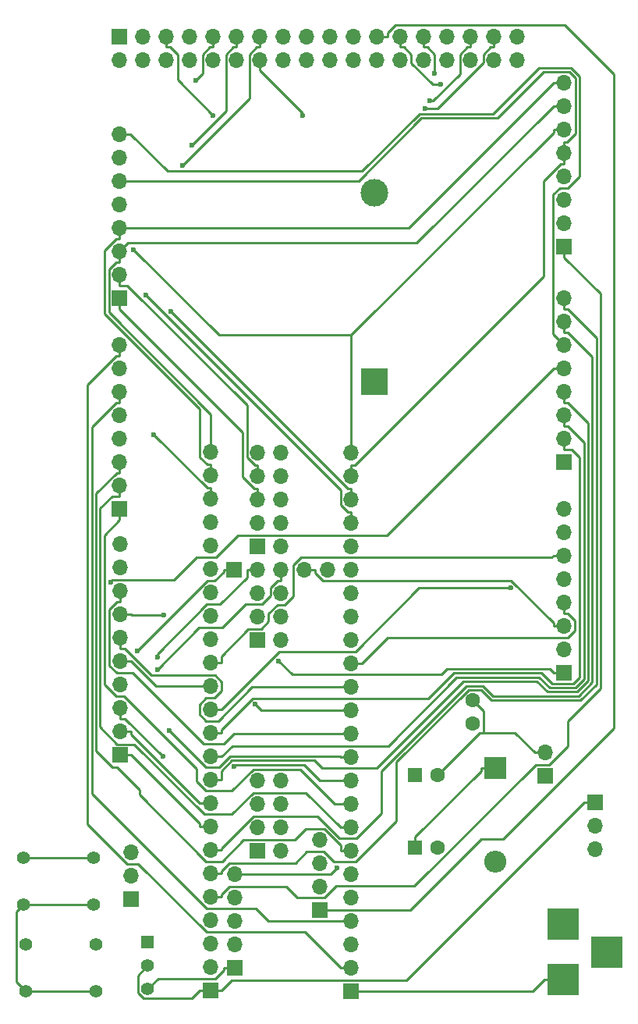
<source format=gbr>
G04 #@! TF.FileFunction,Copper,L2,Bot,Signal*
%FSLAX46Y46*%
G04 Gerber Fmt 4.6, Leading zero omitted, Abs format (unit mm)*
G04 Created by KiCad (PCBNEW 4.0.6) date 06/28/18 03:02:04*
%MOMM*%
%LPD*%
G01*
G04 APERTURE LIST*
%ADD10C,0.100000*%
%ADD11R,1.600000X1.600000*%
%ADD12C,1.600000*%
%ADD13R,3.500000X3.500000*%
%ADD14R,2.400000X2.400000*%
%ADD15O,2.400000X2.400000*%
%ADD16R,1.700000X1.700000*%
%ADD17O,1.700000X1.700000*%
%ADD18C,1.397000*%
%ADD19R,1.397000X1.397000*%
%ADD20C,3.000000*%
%ADD21R,3.000000X3.000000*%
%ADD22C,0.600000*%
%ADD23C,0.250000*%
G04 APERTURE END LIST*
D10*
D11*
X141259000Y-145948000D03*
D12*
X143759000Y-145948000D03*
X147569000Y-132486000D03*
X147569000Y-129986000D03*
D11*
X141259000Y-138074000D03*
D12*
X143759000Y-138074000D03*
D13*
X157400000Y-154300000D03*
X157400000Y-160300000D03*
X162100000Y-157300000D03*
D14*
X149961000Y-137344000D03*
D15*
X149961000Y-147504000D03*
D16*
X109220000Y-86360000D03*
D17*
X109220000Y-83820000D03*
X109220000Y-81280000D03*
X109220000Y-78740000D03*
X109220000Y-76200000D03*
X109220000Y-73660000D03*
X109220000Y-71120000D03*
X109220000Y-68580000D03*
D16*
X109220000Y-109220000D03*
D17*
X109220000Y-106680000D03*
X109220000Y-104140000D03*
X109220000Y-101600000D03*
X109220000Y-99060000D03*
X109220000Y-96520000D03*
X109220000Y-93980000D03*
X109220000Y-91440000D03*
D16*
X109301000Y-135926000D03*
D17*
X109301000Y-133386000D03*
X109301000Y-130846000D03*
X109301000Y-128306000D03*
X109301000Y-125766000D03*
X109301000Y-123226000D03*
X109301000Y-120686000D03*
X109301000Y-118146000D03*
X109301000Y-115606000D03*
X109301000Y-113066000D03*
D16*
X110490000Y-151540000D03*
D17*
X110490000Y-149000000D03*
X110490000Y-146460000D03*
D16*
X119100000Y-161480000D03*
D17*
X119100000Y-158940000D03*
X119100000Y-156400000D03*
X119100000Y-153860000D03*
X119100000Y-151320000D03*
X119100000Y-148780000D03*
X119100000Y-146240000D03*
X119100000Y-143700000D03*
X119100000Y-141160000D03*
X119100000Y-138620000D03*
X119100000Y-136080000D03*
X119100000Y-133540000D03*
X119100000Y-131000000D03*
X119100000Y-128460000D03*
X119100000Y-125920000D03*
X119100000Y-123380000D03*
X119100000Y-120840000D03*
X119100000Y-118300000D03*
X119100000Y-115760000D03*
X119100000Y-113220000D03*
X119100000Y-110680000D03*
X119100000Y-108140000D03*
X119100000Y-105600000D03*
X119100000Y-103060000D03*
D16*
X124206000Y-113284000D03*
D17*
X126746000Y-113284000D03*
X124206000Y-110744000D03*
X126746000Y-110744000D03*
X124206000Y-108204000D03*
X126746000Y-108204000D03*
X124206000Y-105664000D03*
X126746000Y-105664000D03*
X124206000Y-103124000D03*
X126746000Y-103124000D03*
D16*
X121700000Y-159004000D03*
D17*
X121700000Y-156464000D03*
X121700000Y-153924000D03*
X121700000Y-151384000D03*
X121700000Y-148844000D03*
D16*
X124206000Y-146304000D03*
D17*
X126746000Y-146304000D03*
X124206000Y-143764000D03*
X126746000Y-143764000D03*
X124206000Y-141224000D03*
X126746000Y-141224000D03*
X124206000Y-138684000D03*
X126746000Y-138684000D03*
D16*
X130937000Y-152718000D03*
D17*
X130937000Y-150178000D03*
X130937000Y-147638000D03*
X130937000Y-145098000D03*
D16*
X109220000Y-57960000D03*
D17*
X109220000Y-60500000D03*
X111760000Y-57960000D03*
X111760000Y-60500000D03*
X114300000Y-57960000D03*
X114300000Y-60500000D03*
X116840000Y-57960000D03*
X116840000Y-60500000D03*
X119380000Y-57960000D03*
X119380000Y-60500000D03*
X121920000Y-57960000D03*
X121920000Y-60500000D03*
X124460000Y-57960000D03*
X124460000Y-60500000D03*
X127000000Y-57960000D03*
X127000000Y-60500000D03*
X129540000Y-57960000D03*
X129540000Y-60500000D03*
X132080000Y-57960000D03*
X132080000Y-60500000D03*
X134620000Y-57960000D03*
X134620000Y-60500000D03*
X137160000Y-57960000D03*
X137160000Y-60500000D03*
X139700000Y-57960000D03*
X139700000Y-60500000D03*
X142240000Y-57960000D03*
X142240000Y-60500000D03*
X144780000Y-57960000D03*
X144780000Y-60500000D03*
X147320000Y-57960000D03*
X147320000Y-60500000D03*
X149860000Y-57960000D03*
X149860000Y-60500000D03*
X152400000Y-57960000D03*
X152400000Y-60500000D03*
D16*
X134366000Y-161544000D03*
D17*
X134366000Y-159004000D03*
X134366000Y-156464000D03*
X134366000Y-153924000D03*
X134366000Y-151384000D03*
X134366000Y-148844000D03*
X134366000Y-146304000D03*
X134366000Y-143764000D03*
X134366000Y-141224000D03*
X134366000Y-138684000D03*
X134366000Y-136144000D03*
X134366000Y-133604000D03*
X134366000Y-131064000D03*
X134366000Y-128524000D03*
X134366000Y-125984000D03*
X134366000Y-123444000D03*
X134366000Y-120904000D03*
X134366000Y-118364000D03*
X134366000Y-115824000D03*
X134366000Y-113284000D03*
X134366000Y-110744000D03*
X134366000Y-108204000D03*
X134366000Y-105664000D03*
X134366000Y-103124000D03*
D16*
X157480000Y-80772000D03*
D17*
X157480000Y-78232000D03*
X157480000Y-75692000D03*
X157480000Y-73152000D03*
X157480000Y-70612000D03*
X157480000Y-68072000D03*
X157480000Y-65532000D03*
X157480000Y-62992000D03*
D16*
X157480000Y-104140000D03*
D17*
X157480000Y-101600000D03*
X157480000Y-99060000D03*
X157480000Y-96520000D03*
X157480000Y-93980000D03*
X157480000Y-91440000D03*
X157480000Y-88900000D03*
X157480000Y-86360000D03*
D16*
X157480000Y-127000000D03*
D17*
X157480000Y-124460000D03*
X157480000Y-121920000D03*
X157480000Y-119380000D03*
X157480000Y-116840000D03*
X157480000Y-114300000D03*
X157480000Y-111760000D03*
X157480000Y-109220000D03*
D16*
X124206000Y-123444000D03*
D17*
X126746000Y-123444000D03*
X124206000Y-120904000D03*
X126746000Y-120904000D03*
X124206000Y-118364000D03*
X126746000Y-118364000D03*
D16*
X121666000Y-115824000D03*
D17*
X124206000Y-115824000D03*
X126746000Y-115824000D03*
X129286000Y-115824000D03*
X131826000Y-115824000D03*
D18*
X106680000Y-156464000D03*
X106680000Y-161544000D03*
X99060000Y-156464000D03*
X99060000Y-161544000D03*
X106426000Y-147066000D03*
X106426000Y-152146000D03*
X98806000Y-147066000D03*
X98806000Y-152146000D03*
D19*
X112268000Y-156210000D03*
D18*
X112268000Y-158750000D03*
X112268000Y-161290000D03*
D20*
X136900000Y-74910000D03*
D21*
X136900000Y-95400000D03*
D16*
X160800000Y-141100000D03*
D17*
X160800000Y-143640000D03*
X160800000Y-146180000D03*
D16*
X155448000Y-138176000D03*
D17*
X155448000Y-135636000D03*
D22*
X110735800Y-81075900D03*
X108215800Y-117143300D03*
X113892400Y-136093100D03*
X123953700Y-130399400D03*
X113996200Y-120760400D03*
X114598900Y-133271600D03*
X121665100Y-137152900D03*
X151659400Y-117812600D03*
X116014000Y-71968400D03*
X126469100Y-125692300D03*
X117018600Y-69783200D03*
X117467500Y-62751700D03*
X119351300Y-66523800D03*
X112935300Y-101167300D03*
X129052600Y-66567700D03*
X132774300Y-148164000D03*
X112091400Y-86057400D03*
X114793500Y-87823500D03*
X144105800Y-63201500D03*
X143419300Y-61942200D03*
X142865300Y-64975800D03*
X142356800Y-65758200D03*
X113296700Y-125320300D03*
X113307500Y-126646500D03*
X111125400Y-124607600D03*
D23*
X148435700Y-137646000D02*
X141259000Y-144822700D01*
X148435700Y-137344000D02*
X148435700Y-137646000D01*
X149961000Y-137344000D02*
X148435700Y-137344000D01*
X141259000Y-145948000D02*
X141259000Y-144822700D01*
X155448000Y-135636000D02*
X154272700Y-135636000D01*
X148730600Y-131147600D02*
X147569000Y-129986000D01*
X148730600Y-133490800D02*
X148730600Y-131147600D01*
X152127500Y-133490800D02*
X148730600Y-133490800D01*
X154272700Y-135636000D02*
X152127500Y-133490800D01*
X148342200Y-133490800D02*
X143759000Y-138074000D01*
X148730600Y-133490800D02*
X148342200Y-133490800D01*
X154080700Y-161544000D02*
X134366000Y-161544000D01*
X155324700Y-160300000D02*
X154080700Y-161544000D01*
X157400000Y-160300000D02*
X155324700Y-160300000D01*
X122580300Y-100895600D02*
X109220000Y-87535300D01*
X122580300Y-105770300D02*
X122580300Y-100895600D01*
X123838700Y-107028700D02*
X122580300Y-105770300D01*
X124206000Y-107028700D02*
X123838700Y-107028700D01*
X124206000Y-108204000D02*
X124206000Y-107028700D01*
X109220000Y-86360000D02*
X109220000Y-87535300D01*
X109220000Y-83820000D02*
X109220000Y-84995300D01*
X124206000Y-105664000D02*
X124206000Y-104488700D01*
X123904700Y-104488700D02*
X124206000Y-104488700D01*
X123030700Y-103614700D02*
X123904700Y-104488700D01*
X123030700Y-97998000D02*
X123030700Y-103614700D01*
X110028000Y-84995300D02*
X123030700Y-97998000D01*
X109220000Y-84995300D02*
X110028000Y-84995300D01*
X108852600Y-82455300D02*
X109220000Y-82455300D01*
X108044700Y-83263200D02*
X108852600Y-82455300D01*
X108044700Y-87906600D02*
X108044700Y-83263200D01*
X119100000Y-98961900D02*
X108044700Y-87906600D01*
X119100000Y-103060000D02*
X119100000Y-98961900D01*
X109220000Y-81280000D02*
X109220000Y-82455300D01*
X110134300Y-80365700D02*
X109220000Y-81280000D01*
X141471000Y-80365700D02*
X110134300Y-80365700D01*
X156304700Y-65532000D02*
X141471000Y-80365700D01*
X157480000Y-65532000D02*
X156304700Y-65532000D01*
X109220000Y-78740000D02*
X110395300Y-78740000D01*
X157480000Y-62992000D02*
X156304700Y-62992000D01*
X140556700Y-78740000D02*
X110395300Y-78740000D01*
X156304700Y-62992000D02*
X140556700Y-78740000D01*
X108852700Y-79915300D02*
X109220000Y-79915300D01*
X107554400Y-81213600D02*
X108852700Y-79915300D01*
X107554400Y-88053300D02*
X107554400Y-81213600D01*
X117924700Y-98423600D02*
X107554400Y-88053300D01*
X117924700Y-103616800D02*
X117924700Y-98423600D01*
X118732600Y-104424700D02*
X117924700Y-103616800D01*
X119100000Y-104424700D02*
X118732600Y-104424700D01*
X119100000Y-105600000D02*
X119100000Y-104424700D01*
X109220000Y-78740000D02*
X109220000Y-79915300D01*
X134366000Y-103124000D02*
X134366000Y-90368200D01*
X120028100Y-90368200D02*
X134366000Y-90368200D01*
X110735800Y-81075900D02*
X120028100Y-90368200D01*
X156304700Y-68429500D02*
X156304700Y-68072000D01*
X134366000Y-90368200D02*
X156304700Y-68429500D01*
X157480000Y-68072000D02*
X156304700Y-68072000D01*
X157480000Y-70612000D02*
X157480000Y-69436700D01*
X109220000Y-73660000D02*
X110395300Y-73660000D01*
X157778000Y-69436700D02*
X157480000Y-69436700D01*
X158713600Y-68501100D02*
X157778000Y-69436700D01*
X158713600Y-62493200D02*
X158713600Y-68501100D01*
X158034000Y-61813600D02*
X158713600Y-62493200D01*
X155229000Y-61813600D02*
X158034000Y-61813600D01*
X150208800Y-66833800D02*
X155229000Y-61813600D01*
X141975400Y-66833800D02*
X150208800Y-66833800D01*
X135149200Y-73660000D02*
X141975400Y-66833800D01*
X110395300Y-73660000D02*
X135149200Y-73660000D01*
X157112700Y-71787300D02*
X157480000Y-71787300D01*
X155237700Y-73662300D02*
X157112700Y-71787300D01*
X155237700Y-83984300D02*
X155237700Y-73662300D01*
X134733300Y-104488700D02*
X155237700Y-83984300D01*
X134366000Y-104488700D02*
X134733300Y-104488700D01*
X134366000Y-105664000D02*
X134366000Y-104488700D01*
X157480000Y-70612000D02*
X157480000Y-71787300D01*
X119100000Y-141160000D02*
X117924700Y-141160000D01*
X109301000Y-133386000D02*
X110476300Y-133386000D01*
X110476300Y-133711600D02*
X117924700Y-141160000D01*
X110476300Y-133386000D02*
X110476300Y-133711600D01*
X108416300Y-116942800D02*
X108215800Y-117143300D01*
X115078200Y-116942800D02*
X108416300Y-116942800D01*
X117531000Y-114490000D02*
X115078200Y-116942800D01*
X119671900Y-114490000D02*
X117531000Y-114490000D01*
X122073200Y-112088700D02*
X119671900Y-114490000D01*
X138196000Y-112088700D02*
X122073200Y-112088700D01*
X156304700Y-93980000D02*
X138196000Y-112088700D01*
X157480000Y-93980000D02*
X156304700Y-93980000D01*
X109301000Y-135926000D02*
X110476300Y-135926000D01*
X119100000Y-143700000D02*
X117924700Y-143700000D01*
X117924700Y-143374400D02*
X110476300Y-135926000D01*
X117924700Y-143700000D02*
X117924700Y-143374400D01*
X109220000Y-68580000D02*
X110395300Y-68580000D01*
X156279500Y-90239500D02*
X157480000Y-91440000D01*
X156279500Y-75133000D02*
X156279500Y-90239500D01*
X156990500Y-74422000D02*
X156279500Y-75133000D01*
X157872400Y-74422000D02*
X156990500Y-74422000D01*
X159177900Y-73116500D02*
X157872400Y-74422000D01*
X159177900Y-62303600D02*
X159177900Y-73116500D01*
X158235900Y-61361600D02*
X159177900Y-62303600D01*
X154725900Y-61361600D02*
X158235900Y-61361600D01*
X149704000Y-66383500D02*
X154725900Y-61361600D01*
X141773800Y-66383500D02*
X149704000Y-66383500D01*
X135555400Y-72601900D02*
X141773800Y-66383500D01*
X114417200Y-72601900D02*
X135555400Y-72601900D01*
X110395300Y-68580000D02*
X114417200Y-72601900D01*
X134366000Y-141224000D02*
X133190700Y-141224000D01*
X109220000Y-109220000D02*
X109220000Y-110395300D01*
X107554300Y-112061000D02*
X109220000Y-110395300D01*
X107554300Y-128252300D02*
X107554300Y-112061000D01*
X108878000Y-129576000D02*
X107554300Y-128252300D01*
X109701700Y-129576000D02*
X108878000Y-129576000D01*
X117554200Y-137428500D02*
X109701700Y-129576000D01*
X117554200Y-138757600D02*
X117554200Y-137428500D01*
X118594000Y-139797400D02*
X117554200Y-138757600D01*
X121414800Y-139797400D02*
X118594000Y-139797400D01*
X123728400Y-137483800D02*
X121414800Y-139797400D01*
X128813600Y-137483800D02*
X123728400Y-137483800D01*
X132553800Y-141224000D02*
X128813600Y-137483800D01*
X133190700Y-141224000D02*
X132553800Y-141224000D01*
X108412000Y-107855300D02*
X109220000Y-107855300D01*
X107103800Y-109163500D02*
X108412000Y-107855300D01*
X107103800Y-132881600D02*
X107103800Y-109163500D01*
X108972800Y-134750600D02*
X107103800Y-132881600D01*
X110836700Y-134750600D02*
X108972800Y-134750600D01*
X118453500Y-142367400D02*
X110836700Y-134750600D01*
X121363800Y-142367400D02*
X118453500Y-142367400D01*
X123722300Y-140008900D02*
X121363800Y-142367400D01*
X129435600Y-140008900D02*
X123722300Y-140008900D01*
X133190700Y-143764000D02*
X129435600Y-140008900D01*
X134366000Y-143764000D02*
X133190700Y-143764000D01*
X109220000Y-106680000D02*
X109220000Y-107855300D01*
X134366000Y-146304000D02*
X133190700Y-146304000D01*
X109220000Y-104140000D02*
X109220000Y-105315300D01*
X133190700Y-145689400D02*
X133190700Y-146304000D01*
X131418900Y-143917600D02*
X133190700Y-145689400D01*
X129431400Y-143917600D02*
X131418900Y-143917600D01*
X128220400Y-145128600D02*
X129431400Y-143917600D01*
X122670200Y-145128600D02*
X128220400Y-145128600D01*
X120345100Y-147453700D02*
X122670200Y-145128600D01*
X118623500Y-147453700D02*
X120345100Y-147453700D01*
X111368100Y-140198300D02*
X118623500Y-147453700D01*
X111368100Y-139662400D02*
X111368100Y-140198300D01*
X108922400Y-137216700D02*
X111368100Y-139662400D01*
X108411200Y-137216700D02*
X108922400Y-137216700D01*
X106647000Y-135452500D02*
X108411200Y-137216700D01*
X106647000Y-107559900D02*
X106647000Y-135452500D01*
X108891600Y-105315300D02*
X106647000Y-107559900D01*
X109220000Y-105315300D02*
X108891600Y-105315300D01*
X108852700Y-97695300D02*
X109220000Y-97695300D01*
X106184900Y-100363100D02*
X108852700Y-97695300D01*
X106184900Y-140096900D02*
X106184900Y-100363100D01*
X118678000Y-152590000D02*
X106184900Y-140096900D01*
X124021000Y-152590000D02*
X118678000Y-152590000D01*
X125355000Y-153924000D02*
X124021000Y-152590000D01*
X134366000Y-153924000D02*
X125355000Y-153924000D01*
X109220000Y-96520000D02*
X109220000Y-97695300D01*
X108852700Y-92615300D02*
X109220000Y-92615300D01*
X105733600Y-95734400D02*
X108852700Y-92615300D01*
X105733600Y-143394500D02*
X105733600Y-95734400D01*
X110069100Y-147730000D02*
X105733600Y-143394500D01*
X111239200Y-147730000D02*
X110069100Y-147730000D01*
X118639200Y-155130000D02*
X111239200Y-147730000D01*
X129316700Y-155130000D02*
X118639200Y-155130000D01*
X133190700Y-159004000D02*
X129316700Y-155130000D01*
X134366000Y-159004000D02*
X133190700Y-159004000D01*
X109220000Y-91440000D02*
X109220000Y-92615300D01*
X109301000Y-130846000D02*
X109301000Y-132021300D01*
X109820600Y-132021300D02*
X109301000Y-132021300D01*
X113892400Y-136093100D02*
X109820600Y-132021300D01*
X113170300Y-128460000D02*
X110476300Y-125766000D01*
X119100000Y-128460000D02*
X113170300Y-128460000D01*
X109301000Y-125766000D02*
X110476300Y-125766000D01*
X109301000Y-123226000D02*
X109301000Y-124401300D01*
X109762800Y-124401300D02*
X109301000Y-124401300D01*
X112639800Y-127278300D02*
X109762800Y-124401300D01*
X119589900Y-127278300D02*
X112639800Y-127278300D01*
X120308300Y-127996700D02*
X119589900Y-127278300D01*
X120308300Y-128942400D02*
X120308300Y-127996700D01*
X119520700Y-129730000D02*
X120308300Y-128942400D01*
X118620600Y-129730000D02*
X119520700Y-129730000D01*
X117870900Y-130479700D02*
X118620600Y-129730000D01*
X117870900Y-131463200D02*
X117870900Y-130479700D01*
X118624600Y-132216900D02*
X117870900Y-131463200D01*
X119912700Y-132216900D02*
X118624600Y-132216900D01*
X123605600Y-128524000D02*
X119912700Y-132216900D01*
X134366000Y-128524000D02*
X123605600Y-128524000D01*
X124618300Y-131064000D02*
X123953700Y-130399400D01*
X134366000Y-131064000D02*
X124618300Y-131064000D01*
X110550700Y-120760400D02*
X110476300Y-120686000D01*
X113996200Y-120760400D02*
X110550700Y-120760400D01*
X109301000Y-120686000D02*
X110476300Y-120686000D01*
X108933600Y-119321300D02*
X109301000Y-119321300D01*
X108125700Y-120129200D02*
X108933600Y-119321300D01*
X108125700Y-126254600D02*
X108125700Y-120129200D01*
X108907100Y-127036000D02*
X108125700Y-126254600D01*
X110626700Y-127036000D02*
X108907100Y-127036000D01*
X118325300Y-134734600D02*
X110626700Y-127036000D01*
X120501100Y-134734600D02*
X118325300Y-134734600D01*
X121631700Y-133604000D02*
X120501100Y-134734600D01*
X134366000Y-133604000D02*
X121631700Y-133604000D01*
X109301000Y-118146000D02*
X109301000Y-119321300D01*
X134366000Y-136144000D02*
X133190700Y-136144000D01*
X118612200Y-137284900D02*
X114598900Y-133271600D01*
X120011900Y-137284900D02*
X118612200Y-137284900D01*
X121219500Y-136077300D02*
X120011900Y-137284900D01*
X133124000Y-136077300D02*
X121219500Y-136077300D01*
X133190700Y-136144000D02*
X133124000Y-136077300D01*
X134366000Y-138684000D02*
X133190700Y-138684000D01*
X121809900Y-137008100D02*
X121665100Y-137152900D01*
X129293100Y-137008100D02*
X121809900Y-137008100D01*
X130969000Y-138684000D02*
X129293100Y-137008100D01*
X133190700Y-138684000D02*
X130969000Y-138684000D01*
X119100000Y-151320000D02*
X120275300Y-151320000D01*
X157480000Y-80772000D02*
X157480000Y-81947300D01*
X120275300Y-151042400D02*
X120275300Y-151320000D01*
X121140300Y-150177400D02*
X120275300Y-151042400D01*
X127281400Y-150177400D02*
X121140300Y-150177400D01*
X128490700Y-151386700D02*
X127281400Y-150177400D01*
X131436800Y-151386700D02*
X128490700Y-151386700D01*
X132709500Y-150114000D02*
X131436800Y-151386700D01*
X141222000Y-150114000D02*
X132709500Y-150114000D01*
X154383300Y-136952700D02*
X141222000Y-150114000D01*
X155828200Y-136952700D02*
X154383300Y-136952700D01*
X157857500Y-134923400D02*
X155828200Y-136952700D01*
X157857500Y-132258000D02*
X157857500Y-134923400D01*
X161420000Y-128695500D02*
X157857500Y-132258000D01*
X161420000Y-85887300D02*
X161420000Y-128695500D01*
X157480000Y-81947300D02*
X161420000Y-85887300D01*
X157480000Y-86360000D02*
X157480000Y-87535300D01*
X119100000Y-148780000D02*
X120275300Y-148780000D01*
X157847300Y-87535300D02*
X157480000Y-87535300D01*
X160968600Y-90656600D02*
X157847300Y-87535300D01*
X160968600Y-128243900D02*
X160968600Y-90656600D01*
X159235600Y-129976900D02*
X160968600Y-128243900D01*
X149555600Y-129976900D02*
X159235600Y-129976900D01*
X148438000Y-128859300D02*
X149555600Y-129976900D01*
X147082100Y-128859300D02*
X148438000Y-128859300D01*
X139259200Y-136682200D02*
X147082100Y-128859300D01*
X139259200Y-143091000D02*
X139259200Y-136682200D01*
X134866100Y-147484100D02*
X139259200Y-143091000D01*
X132467200Y-147484100D02*
X134866100Y-147484100D01*
X131404600Y-146421500D02*
X132467200Y-147484100D01*
X129542500Y-146421500D02*
X131404600Y-146421500D01*
X128318900Y-147645100D02*
X129542500Y-146421500D01*
X121136500Y-147645100D02*
X128318900Y-147645100D01*
X120275300Y-148506300D02*
X121136500Y-147645100D01*
X120275300Y-148780000D02*
X120275300Y-148506300D01*
X119100000Y-146240000D02*
X120275300Y-146240000D01*
X157847300Y-90075300D02*
X157480000Y-90075300D01*
X160518300Y-92746300D02*
X157847300Y-90075300D01*
X160518300Y-128057300D02*
X160518300Y-92746300D01*
X159049000Y-129526600D02*
X160518300Y-128057300D01*
X149742200Y-129526600D02*
X159049000Y-129526600D01*
X148618600Y-128403000D02*
X149742200Y-129526600D01*
X146883500Y-128403000D02*
X148618600Y-128403000D01*
X137593400Y-137693100D02*
X146883500Y-128403000D01*
X137593400Y-142276800D02*
X137593400Y-137693100D01*
X134905300Y-144964900D02*
X137593400Y-142276800D01*
X133103100Y-144964900D02*
X134905300Y-144964900D01*
X130699000Y-142560800D02*
X133103100Y-144964900D01*
X123734100Y-142560800D02*
X130699000Y-142560800D01*
X120275300Y-146019600D02*
X123734100Y-142560800D01*
X120275300Y-146240000D02*
X120275300Y-146019600D01*
X157480000Y-88900000D02*
X157480000Y-90075300D01*
X119100000Y-138620000D02*
X120275300Y-138620000D01*
X157480000Y-96520000D02*
X157480000Y-97695300D01*
X120275300Y-137658400D02*
X120275300Y-138620000D01*
X121406100Y-136527600D02*
X120275300Y-137658400D01*
X130382100Y-136527600D02*
X121406100Y-136527600D01*
X131214800Y-137360300D02*
X130382100Y-136527600D01*
X137147400Y-137360300D02*
X131214800Y-137360300D01*
X146556700Y-127951000D02*
X137147400Y-137360300D01*
X154514600Y-127951000D02*
X146556700Y-127951000D01*
X155639900Y-129076300D02*
X154514600Y-127951000D01*
X158862400Y-129076300D02*
X155639900Y-129076300D01*
X160068000Y-127870700D02*
X158862400Y-129076300D01*
X160068000Y-99916000D02*
X160068000Y-127870700D01*
X157847300Y-97695300D02*
X160068000Y-99916000D01*
X157480000Y-97695300D02*
X157847300Y-97695300D01*
X119100000Y-136080000D02*
X120275300Y-136080000D01*
X157480000Y-99060000D02*
X157480000Y-100235300D01*
X157847300Y-100235300D02*
X157480000Y-100235300D01*
X159617600Y-102005600D02*
X157847300Y-100235300D01*
X159617600Y-127684200D02*
X159617600Y-102005600D01*
X158675900Y-128625900D02*
X159617600Y-127684200D01*
X155903200Y-128625900D02*
X158675900Y-128625900D01*
X154777900Y-127500600D02*
X155903200Y-128625900D01*
X145787100Y-127500600D02*
X154777900Y-127500600D01*
X138363900Y-134923800D02*
X145787100Y-127500600D01*
X121431500Y-134923800D02*
X138363900Y-134923800D01*
X120275300Y-136080000D02*
X121431500Y-134923800D01*
X119100000Y-133540000D02*
X120275300Y-133540000D01*
X157480000Y-101600000D02*
X157480000Y-102775300D01*
X158288000Y-102775300D02*
X157480000Y-102775300D01*
X159161900Y-103649200D02*
X158288000Y-102775300D01*
X159161900Y-127478300D02*
X159161900Y-103649200D01*
X158464800Y-128175400D02*
X159161900Y-127478300D01*
X156161500Y-128175400D02*
X158464800Y-128175400D01*
X155029600Y-127043500D02*
X156161500Y-128175400D01*
X145474700Y-127043500D02*
X155029600Y-127043500D01*
X142744100Y-129774100D02*
X145474700Y-127043500D01*
X123694700Y-129774100D02*
X142744100Y-129774100D01*
X120275300Y-133193500D02*
X123694700Y-129774100D01*
X120275300Y-133540000D02*
X120275300Y-133193500D01*
X141706100Y-117812600D02*
X151659400Y-117812600D01*
X134804700Y-124714000D02*
X141706100Y-117812600D01*
X126561300Y-124714000D02*
X134804700Y-124714000D01*
X120275300Y-131000000D02*
X126561300Y-124714000D01*
X119100000Y-131000000D02*
X120275300Y-131000000D01*
X124460000Y-57960000D02*
X124460000Y-59135300D01*
X123284700Y-64697700D02*
X116014000Y-71968400D01*
X123284700Y-59943200D02*
X123284700Y-64697700D01*
X124092600Y-59135300D02*
X123284700Y-59943200D01*
X124460000Y-59135300D02*
X124092600Y-59135300D01*
X157480000Y-127000000D02*
X156304700Y-127000000D01*
X127948200Y-127171400D02*
X126469100Y-125692300D01*
X144130900Y-127171400D02*
X127948200Y-127171400D01*
X144709200Y-126593100D02*
X144130900Y-127171400D01*
X155897800Y-126593100D02*
X144709200Y-126593100D01*
X156304700Y-127000000D02*
X155897800Y-126593100D01*
X121920000Y-57960000D02*
X121920000Y-59135300D01*
X120744700Y-66057100D02*
X117018600Y-69783200D01*
X120744700Y-59943200D02*
X120744700Y-66057100D01*
X121552600Y-59135300D02*
X120744700Y-59943200D01*
X121920000Y-59135300D02*
X121552600Y-59135300D01*
X119380000Y-57960000D02*
X119380000Y-59135300D01*
X118204700Y-62014500D02*
X117467500Y-62751700D01*
X118204700Y-59943200D02*
X118204700Y-62014500D01*
X119012600Y-59135300D02*
X118204700Y-59943200D01*
X119380000Y-59135300D02*
X119012600Y-59135300D01*
X114300000Y-57960000D02*
X114300000Y-59135300D01*
X115497000Y-62669500D02*
X119351300Y-66523800D01*
X115497000Y-59964800D02*
X115497000Y-62669500D01*
X114667500Y-59135300D02*
X115497000Y-59964800D01*
X114300000Y-59135300D02*
X114667500Y-59135300D01*
X119100000Y-108140000D02*
X119100000Y-106964700D01*
X118732700Y-106964700D02*
X112935300Y-101167300D01*
X119100000Y-106964700D02*
X118732700Y-106964700D01*
X124460000Y-60500000D02*
X124460000Y-61675300D01*
X129052600Y-66267900D02*
X129052600Y-66567700D01*
X124460000Y-61675300D02*
X129052600Y-66267900D01*
X120524700Y-159224500D02*
X120524700Y-159004000D01*
X119569900Y-160179300D02*
X120524700Y-159224500D01*
X113378700Y-160179300D02*
X119569900Y-160179300D01*
X112268000Y-161290000D02*
X113378700Y-160179300D01*
X121700000Y-159004000D02*
X120524700Y-159004000D01*
X132094300Y-148844000D02*
X132774300Y-148164000D01*
X121700000Y-148844000D02*
X132094300Y-148844000D01*
X140731700Y-152718000D02*
X130937000Y-152718000D01*
X148435600Y-145014100D02*
X140731700Y-152718000D01*
X150816000Y-145014100D02*
X148435600Y-145014100D01*
X162856500Y-132973600D02*
X150816000Y-145014100D01*
X162856500Y-62062800D02*
X162856500Y-132973600D01*
X157536100Y-56742400D02*
X162856500Y-62062800D01*
X139185600Y-56742400D02*
X157536100Y-56742400D01*
X138335300Y-57592700D02*
X139185600Y-56742400D01*
X138335300Y-57960000D02*
X138335300Y-57592700D01*
X137160000Y-57960000D02*
X138335300Y-57960000D01*
X134366000Y-110744000D02*
X134366000Y-109568700D01*
X133998600Y-109568700D02*
X134366000Y-109568700D01*
X133190700Y-108760800D02*
X133998600Y-109568700D01*
X133190700Y-107156700D02*
X133190700Y-108760800D01*
X112091400Y-86057400D02*
X133190700Y-107156700D01*
X134366000Y-108204000D02*
X134366000Y-107028700D01*
X133998700Y-107028700D02*
X114793500Y-87823500D01*
X134366000Y-107028700D02*
X133998700Y-107028700D01*
X139700000Y-57960000D02*
X139700000Y-59135300D01*
X143240000Y-63201500D02*
X144105800Y-63201500D01*
X140875300Y-60836800D02*
X143240000Y-63201500D01*
X140875300Y-59943200D02*
X140875300Y-60836800D01*
X140067400Y-59135300D02*
X140875300Y-59943200D01*
X139700000Y-59135300D02*
X140067400Y-59135300D01*
X142240000Y-57960000D02*
X142240000Y-59135300D01*
X143419300Y-59947200D02*
X143419300Y-61942200D01*
X142607400Y-59135300D02*
X143419300Y-59947200D01*
X142240000Y-59135300D02*
X142607400Y-59135300D01*
X147320000Y-57960000D02*
X147320000Y-59135300D01*
X143223200Y-64975800D02*
X142865300Y-64975800D01*
X146144700Y-62054300D02*
X143223200Y-64975800D01*
X146144700Y-59943200D02*
X146144700Y-62054300D01*
X146952600Y-59135300D02*
X146144700Y-59943200D01*
X147320000Y-59135300D02*
X146952600Y-59135300D01*
X149860000Y-57960000D02*
X149860000Y-59135300D01*
X143736300Y-65758200D02*
X142356800Y-65758200D01*
X148684700Y-60809800D02*
X143736300Y-65758200D01*
X148684700Y-59943200D02*
X148684700Y-60809800D01*
X149492600Y-59135300D02*
X148684700Y-59943200D01*
X149860000Y-59135300D02*
X149492600Y-59135300D01*
X120275300Y-125185400D02*
X120275300Y-125920000D01*
X123192100Y-122268600D02*
X120275300Y-125185400D01*
X124565600Y-122268600D02*
X123192100Y-122268600D01*
X125381300Y-121452900D02*
X124565600Y-122268600D01*
X125381300Y-120604000D02*
X125381300Y-121452900D01*
X126351300Y-119634000D02*
X125381300Y-120604000D01*
X127151400Y-119634000D02*
X126351300Y-119634000D01*
X128073000Y-118712400D02*
X127151400Y-119634000D01*
X128073000Y-115343200D02*
X128073000Y-118712400D01*
X128925800Y-114490400D02*
X128073000Y-115343200D01*
X156114300Y-114490400D02*
X128925800Y-114490400D01*
X156304700Y-114300000D02*
X156114300Y-114490400D01*
X157480000Y-114300000D02*
X156304700Y-114300000D01*
X119100000Y-125920000D02*
X120275300Y-125920000D01*
X129286000Y-115824000D02*
X130461300Y-115824000D01*
X157480000Y-121920000D02*
X156304700Y-121920000D01*
X130461300Y-116191400D02*
X130461300Y-115824000D01*
X131269200Y-116999300D02*
X130461300Y-116191400D01*
X151730500Y-116999300D02*
X131269200Y-116999300D01*
X156304700Y-121573500D02*
X151730500Y-116999300D01*
X156304700Y-121920000D02*
X156304700Y-121573500D01*
X98806000Y-147066000D02*
X106426000Y-147066000D01*
X124206000Y-115824000D02*
X123030700Y-115824000D01*
X113296700Y-124979900D02*
X113296700Y-125320300D01*
X118706600Y-119570000D02*
X113296700Y-124979900D01*
X120092700Y-119570000D02*
X118706600Y-119570000D01*
X123030700Y-116632000D02*
X120092700Y-119570000D01*
X123030700Y-115824000D02*
X123030700Y-116632000D01*
X99060000Y-161544000D02*
X106680000Y-161544000D01*
X98806000Y-152146000D02*
X106426000Y-152146000D01*
X98007000Y-160491000D02*
X99060000Y-161544000D01*
X98007000Y-152945000D02*
X98007000Y-160491000D01*
X98806000Y-152146000D02*
X98007000Y-152945000D01*
X126746000Y-115824000D02*
X126746000Y-116999300D01*
X126378600Y-116999300D02*
X126746000Y-116999300D01*
X125570700Y-117807200D02*
X126378600Y-116999300D01*
X125570700Y-118663500D02*
X125570700Y-117807200D01*
X124666100Y-119568100D02*
X125570700Y-118663500D01*
X122861800Y-119568100D02*
X124666100Y-119568100D01*
X120319900Y-122110000D02*
X122861800Y-119568100D01*
X117844000Y-122110000D02*
X120319900Y-122110000D01*
X113307500Y-126646500D02*
X117844000Y-122110000D01*
X157847400Y-120555300D02*
X157480000Y-120555300D01*
X158655300Y-121363200D02*
X157847400Y-120555300D01*
X158655300Y-122412700D02*
X158655300Y-121363200D01*
X157878000Y-123190000D02*
X158655300Y-122412700D01*
X138335300Y-123190000D02*
X157878000Y-123190000D01*
X135541300Y-125984000D02*
X138335300Y-123190000D01*
X134366000Y-125984000D02*
X135541300Y-125984000D01*
X157480000Y-119380000D02*
X157480000Y-120555300D01*
X121666000Y-115824000D02*
X120490700Y-115824000D01*
X118733700Y-116999300D02*
X111125400Y-124607600D01*
X119535900Y-116999300D02*
X118733700Y-116999300D01*
X120490700Y-116044500D02*
X119535900Y-116999300D01*
X120490700Y-115824000D02*
X120490700Y-116044500D01*
X119100000Y-161480000D02*
X120275300Y-161480000D01*
X160800000Y-141100000D02*
X159624700Y-141100000D01*
X140356100Y-160368600D02*
X159624700Y-141100000D01*
X121386700Y-160368600D02*
X140356100Y-160368600D01*
X120275300Y-161480000D02*
X121386700Y-160368600D01*
X117072800Y-162331900D02*
X117924700Y-161480000D01*
X111807400Y-162331900D02*
X117072800Y-162331900D01*
X111188200Y-161712700D02*
X111807400Y-162331900D01*
X111188200Y-159829800D02*
X111188200Y-161712700D01*
X112268000Y-158750000D02*
X111188200Y-159829800D01*
X119100000Y-161480000D02*
X117924700Y-161480000D01*
M02*

</source>
